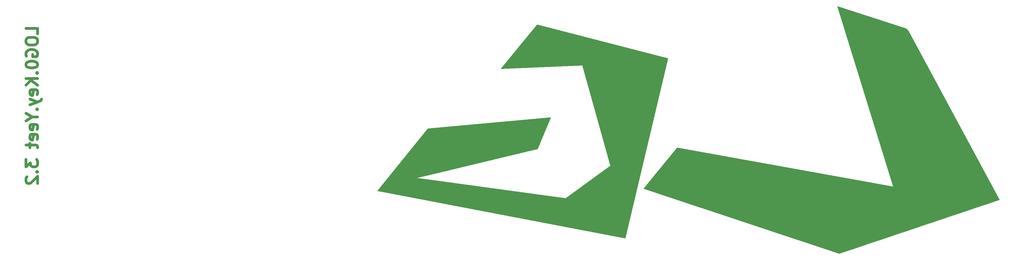
<source format=gbr>
%TF.GenerationSoftware,KiCad,Pcbnew,(5.1.10)-1*%
%TF.CreationDate,2021-11-11T14:39:24-08:00*%
%TF.ProjectId,chgray-keyboard,63686772-6179-42d6-9b65-79626f617264,Yeet2*%
%TF.SameCoordinates,Original*%
%TF.FileFunction,Legend,Bot*%
%TF.FilePolarity,Positive*%
%FSLAX46Y46*%
G04 Gerber Fmt 4.6, Leading zero omitted, Abs format (unit mm)*
G04 Created by KiCad (PCBNEW (5.1.10)-1) date 2021-11-11 14:39:24*
%MOMM*%
%LPD*%
G01*
G04 APERTURE LIST*
%ADD10C,0.100000*%
%ADD11C,0.950000*%
G04 APERTURE END LIST*
D10*
G36*
X247015000Y-47625000D02*
G01*
X232410000Y-109061250D01*
X147955000Y-92868750D01*
X165100000Y-71596250D01*
X207010000Y-67786250D01*
X202565000Y-78581250D01*
X161290000Y-88423750D01*
X212090000Y-95408750D01*
X227330000Y-84296250D01*
X217805000Y-50006250D01*
X190023750Y-51196875D01*
X202406250Y-36115625D01*
X247015000Y-47625000D01*
G37*
X247015000Y-47625000D02*
X232410000Y-109061250D01*
X147955000Y-92868750D01*
X165100000Y-71596250D01*
X207010000Y-67786250D01*
X202565000Y-78581250D01*
X161290000Y-88423750D01*
X212090000Y-95408750D01*
X227330000Y-84296250D01*
X217805000Y-50006250D01*
X190023750Y-51196875D01*
X202406250Y-36115625D01*
X247015000Y-47625000D01*
G36*
X328279760Y-37480240D02*
G01*
X328914760Y-38115240D01*
X360029760Y-95900240D01*
X305419760Y-114315240D01*
X238744760Y-92090240D01*
X250174760Y-78120240D01*
X323834760Y-91455240D01*
X304784760Y-29860240D01*
X328279760Y-37480240D01*
G37*
X328279760Y-37480240D02*
X328914760Y-38115240D01*
X360029760Y-95900240D01*
X305419760Y-114315240D01*
X238744760Y-92090240D01*
X250174760Y-78120240D01*
X323834760Y-91455240D01*
X304784760Y-29860240D01*
X328279760Y-37480240D01*
D11*
X32035523Y-39277809D02*
X32035523Y-37373047D01*
X28035523Y-37373047D01*
X28035523Y-41373047D02*
X28035523Y-42134952D01*
X28226000Y-42515904D01*
X28606952Y-42896857D01*
X29368857Y-43087333D01*
X30702190Y-43087333D01*
X31464095Y-42896857D01*
X31845047Y-42515904D01*
X32035523Y-42134952D01*
X32035523Y-41373047D01*
X31845047Y-40992095D01*
X31464095Y-40611142D01*
X30702190Y-40420666D01*
X29368857Y-40420666D01*
X28606952Y-40611142D01*
X28226000Y-40992095D01*
X28035523Y-41373047D01*
X28226000Y-46896857D02*
X28035523Y-46515904D01*
X28035523Y-45944476D01*
X28226000Y-45373047D01*
X28606952Y-44992095D01*
X28987904Y-44801619D01*
X29749809Y-44611142D01*
X30321238Y-44611142D01*
X31083142Y-44801619D01*
X31464095Y-44992095D01*
X31845047Y-45373047D01*
X32035523Y-45944476D01*
X32035523Y-46325428D01*
X31845047Y-46896857D01*
X31654571Y-47087333D01*
X30321238Y-47087333D01*
X30321238Y-46325428D01*
X28035523Y-49563523D02*
X28035523Y-49944476D01*
X28226000Y-50325428D01*
X28416476Y-50515904D01*
X28797428Y-50706380D01*
X29559333Y-50896857D01*
X30511714Y-50896857D01*
X31273619Y-50706380D01*
X31654571Y-50515904D01*
X31845047Y-50325428D01*
X32035523Y-49944476D01*
X32035523Y-49563523D01*
X31845047Y-49182571D01*
X31654571Y-48992095D01*
X31273619Y-48801619D01*
X30511714Y-48611142D01*
X29559333Y-48611142D01*
X28797428Y-48801619D01*
X28416476Y-48992095D01*
X28226000Y-49182571D01*
X28035523Y-49563523D01*
X31654571Y-52611142D02*
X31845047Y-52801619D01*
X32035523Y-52611142D01*
X31845047Y-52420666D01*
X31654571Y-52611142D01*
X32035523Y-52611142D01*
X32035523Y-54515904D02*
X28035523Y-54515904D01*
X32035523Y-56801619D02*
X29749809Y-55087333D01*
X28035523Y-56801619D02*
X30321238Y-54515904D01*
X31845047Y-60039714D02*
X32035523Y-59658761D01*
X32035523Y-58896857D01*
X31845047Y-58515904D01*
X31464095Y-58325428D01*
X29940285Y-58325428D01*
X29559333Y-58515904D01*
X29368857Y-58896857D01*
X29368857Y-59658761D01*
X29559333Y-60039714D01*
X29940285Y-60230190D01*
X30321238Y-60230190D01*
X30702190Y-58325428D01*
X29368857Y-61563523D02*
X32035523Y-62515904D01*
X29368857Y-63468285D02*
X32035523Y-62515904D01*
X32987904Y-62134952D01*
X33178380Y-61944476D01*
X33368857Y-61563523D01*
X31654571Y-64992095D02*
X31845047Y-65182571D01*
X32035523Y-64992095D01*
X31845047Y-64801619D01*
X31654571Y-64992095D01*
X32035523Y-64992095D01*
X30130761Y-67658761D02*
X32035523Y-67658761D01*
X28035523Y-66325428D02*
X30130761Y-67658761D01*
X28035523Y-68992095D01*
X31845047Y-71849238D02*
X32035523Y-71468285D01*
X32035523Y-70706380D01*
X31845047Y-70325428D01*
X31464095Y-70134952D01*
X29940285Y-70134952D01*
X29559333Y-70325428D01*
X29368857Y-70706380D01*
X29368857Y-71468285D01*
X29559333Y-71849238D01*
X29940285Y-72039714D01*
X30321238Y-72039714D01*
X30702190Y-70134952D01*
X31845047Y-75277809D02*
X32035523Y-74896857D01*
X32035523Y-74134952D01*
X31845047Y-73754000D01*
X31464095Y-73563523D01*
X29940285Y-73563523D01*
X29559333Y-73754000D01*
X29368857Y-74134952D01*
X29368857Y-74896857D01*
X29559333Y-75277809D01*
X29940285Y-75468285D01*
X30321238Y-75468285D01*
X30702190Y-73563523D01*
X29368857Y-76611142D02*
X29368857Y-78134952D01*
X28035523Y-77182571D02*
X31464095Y-77182571D01*
X31845047Y-77373047D01*
X32035523Y-77754000D01*
X32035523Y-78134952D01*
X28035523Y-82134952D02*
X28035523Y-84611142D01*
X29559333Y-83277809D01*
X29559333Y-83849238D01*
X29749809Y-84230190D01*
X29940285Y-84420666D01*
X30321238Y-84611142D01*
X31273619Y-84611142D01*
X31654571Y-84420666D01*
X31845047Y-84230190D01*
X32035523Y-83849238D01*
X32035523Y-82706380D01*
X31845047Y-82325428D01*
X31654571Y-82134952D01*
X31654571Y-86325428D02*
X31845047Y-86515904D01*
X32035523Y-86325428D01*
X31845047Y-86134952D01*
X31654571Y-86325428D01*
X32035523Y-86325428D01*
X28416476Y-88039714D02*
X28226000Y-88230190D01*
X28035523Y-88611142D01*
X28035523Y-89563523D01*
X28226000Y-89944476D01*
X28416476Y-90134952D01*
X28797428Y-90325428D01*
X29178380Y-90325428D01*
X29749809Y-90134952D01*
X32035523Y-87849238D01*
X32035523Y-90325428D01*
M02*

</source>
